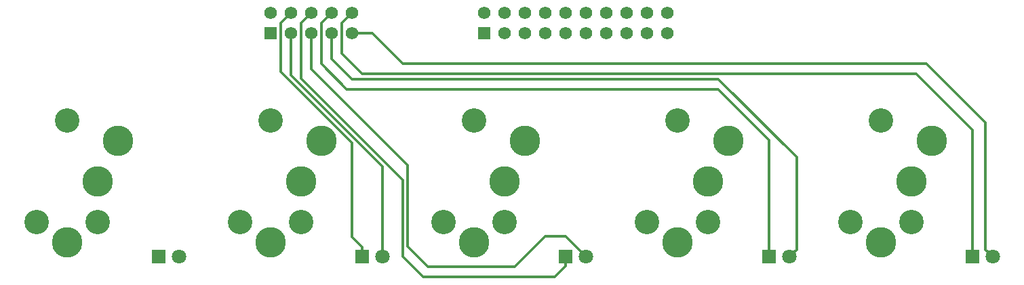
<source format=gbr>
G04 #@! TF.GenerationSoftware,KiCad,Pcbnew,(5.0.0)*
G04 #@! TF.CreationDate,2018-10-08T11:56:45-07:00*
G04 #@! TF.ProjectId,500-1126,3530302D313132362E6B696361645F70,rev?*
G04 #@! TF.SameCoordinates,Original*
G04 #@! TF.FileFunction,Copper,L1,Top,Signal*
G04 #@! TF.FilePolarity,Positive*
%FSLAX46Y46*%
G04 Gerber Fmt 4.6, Leading zero omitted, Abs format (unit mm)*
G04 Created by KiCad (PCBNEW (5.0.0)) date 10/08/18 11:56:45*
%MOMM*%
%LPD*%
G01*
G04 APERTURE LIST*
G04 #@! TA.AperFunction,ComponentPad*
%ADD10R,1.800000X1.800000*%
G04 #@! TD*
G04 #@! TA.AperFunction,ComponentPad*
%ADD11C,1.800000*%
G04 #@! TD*
G04 #@! TA.AperFunction,ComponentPad*
%ADD12C,3.810000*%
G04 #@! TD*
G04 #@! TA.AperFunction,ComponentPad*
%ADD13C,3.048000*%
G04 #@! TD*
G04 #@! TA.AperFunction,ComponentPad*
%ADD14R,1.574800X1.574800*%
G04 #@! TD*
G04 #@! TA.AperFunction,ComponentPad*
%ADD15C,1.574800*%
G04 #@! TD*
G04 #@! TA.AperFunction,Conductor*
%ADD16C,0.304800*%
G04 #@! TD*
G04 APERTURE END LIST*
D10*
G04 #@! TO.P,D1,1*
G04 #@! TO.N,Net-(D1-Pad1)*
X143510000Y-135890000D03*
D11*
G04 #@! TO.P,D1,2*
G04 #@! TO.N,Net-(D1-Pad2)*
X146050000Y-135890000D03*
G04 #@! TD*
D10*
G04 #@! TO.P,D2,1*
G04 #@! TO.N,Net-(D2-Pad1)*
X168910000Y-135890000D03*
D11*
G04 #@! TO.P,D2,2*
G04 #@! TO.N,Net-(D2-Pad2)*
X171450000Y-135890000D03*
G04 #@! TD*
D10*
G04 #@! TO.P,D3,1*
G04 #@! TO.N,Net-(D3-Pad1)*
X194310000Y-135890000D03*
D11*
G04 #@! TO.P,D3,2*
G04 #@! TO.N,Net-(D3-Pad2)*
X196850000Y-135890000D03*
G04 #@! TD*
D10*
G04 #@! TO.P,D4,1*
G04 #@! TO.N,Net-(D4-Pad1)*
X219710000Y-135890000D03*
D11*
G04 #@! TO.P,D4,2*
G04 #@! TO.N,Net-(D4-Pad2)*
X222250000Y-135890000D03*
G04 #@! TD*
D10*
G04 #@! TO.P,D5,1*
G04 #@! TO.N,Net-(D5-Pad1)*
X245110000Y-135890000D03*
D11*
G04 #@! TO.P,D5,2*
G04 #@! TO.N,Net-(D5-Pad2)*
X247650000Y-135890000D03*
G04 #@! TD*
D12*
G04 #@! TO.P,J1,1*
G04 #@! TO.N,Net-(J1-Pad1)*
X132080000Y-134061200D03*
D13*
G04 #@! TO.P,J1,*
G04 #@! TO.N,*
X135890000Y-131521200D03*
D12*
G04 #@! TO.P,J1,2*
G04 #@! TO.N,Net-(J1-Pad2)*
X135890000Y-126441200D03*
G04 #@! TO.P,J1,3*
G04 #@! TO.N,Net-(J1-Pad3)*
X138430000Y-121361200D03*
D13*
G04 #@! TO.P,J1,*
G04 #@! TO.N,*
X132080000Y-118821200D03*
X128270000Y-131521200D03*
G04 #@! TD*
D12*
G04 #@! TO.P,J2,1*
G04 #@! TO.N,Net-(J2-Pad1)*
X157480000Y-134061200D03*
D13*
G04 #@! TO.P,J2,*
G04 #@! TO.N,*
X161290000Y-131521200D03*
D12*
G04 #@! TO.P,J2,2*
G04 #@! TO.N,Net-(J2-Pad2)*
X161290000Y-126441200D03*
G04 #@! TO.P,J2,3*
G04 #@! TO.N,Net-(J2-Pad3)*
X163830000Y-121361200D03*
D13*
G04 #@! TO.P,J2,*
G04 #@! TO.N,*
X157480000Y-118821200D03*
X153670000Y-131521200D03*
G04 #@! TD*
D12*
G04 #@! TO.P,J3,1*
G04 #@! TO.N,Net-(J3-Pad1)*
X182880000Y-134061200D03*
D13*
G04 #@! TO.P,J3,*
G04 #@! TO.N,*
X186690000Y-131521200D03*
D12*
G04 #@! TO.P,J3,2*
G04 #@! TO.N,Net-(J3-Pad2)*
X186690000Y-126441200D03*
G04 #@! TO.P,J3,3*
G04 #@! TO.N,Net-(J3-Pad3)*
X189230000Y-121361200D03*
D13*
G04 #@! TO.P,J3,*
G04 #@! TO.N,*
X182880000Y-118821200D03*
X179070000Y-131521200D03*
G04 #@! TD*
D12*
G04 #@! TO.P,J4,1*
G04 #@! TO.N,Net-(J4-Pad1)*
X208280000Y-134061200D03*
D13*
G04 #@! TO.P,J4,*
G04 #@! TO.N,*
X212090000Y-131521200D03*
D12*
G04 #@! TO.P,J4,2*
G04 #@! TO.N,Net-(J4-Pad2)*
X212090000Y-126441200D03*
G04 #@! TO.P,J4,3*
G04 #@! TO.N,Net-(J4-Pad3)*
X214630000Y-121361200D03*
D13*
G04 #@! TO.P,J4,*
G04 #@! TO.N,*
X208280000Y-118821200D03*
X204470000Y-131521200D03*
G04 #@! TD*
D12*
G04 #@! TO.P,J5,1*
G04 #@! TO.N,Net-(J5-Pad1)*
X233680000Y-134061200D03*
D13*
G04 #@! TO.P,J5,*
G04 #@! TO.N,*
X237490000Y-131521200D03*
D12*
G04 #@! TO.P,J5,2*
G04 #@! TO.N,Net-(J5-Pad2)*
X237490000Y-126441200D03*
G04 #@! TO.P,J5,3*
G04 #@! TO.N,Net-(J5-Pad3)*
X240030000Y-121361200D03*
D13*
G04 #@! TO.P,J5,*
G04 #@! TO.N,*
X233680000Y-118821200D03*
X229870000Y-131521200D03*
G04 #@! TD*
D14*
G04 #@! TO.P,P1,1*
G04 #@! TO.N,Net-(J1-Pad3)*
X184150000Y-107950000D03*
D15*
G04 #@! TO.P,P1,2*
G04 #@! TO.N,Net-(J1-Pad1)*
X184150000Y-105410000D03*
G04 #@! TO.P,P1,3*
G04 #@! TO.N,Net-(J1-Pad2)*
X186690000Y-107950000D03*
G04 #@! TO.P,P1,4*
G04 #@! TO.N,Net-(P1-Pad4)*
X186690000Y-105410000D03*
G04 #@! TO.P,P1,5*
G04 #@! TO.N,Net-(J2-Pad3)*
X189230000Y-107950000D03*
G04 #@! TO.P,P1,6*
G04 #@! TO.N,Net-(J2-Pad1)*
X189230000Y-105410000D03*
G04 #@! TO.P,P1,7*
G04 #@! TO.N,Net-(J2-Pad2)*
X191770000Y-107950000D03*
G04 #@! TO.P,P1,8*
G04 #@! TO.N,Net-(P1-Pad8)*
X191770000Y-105410000D03*
G04 #@! TO.P,P1,9*
G04 #@! TO.N,Net-(J3-Pad3)*
X194310000Y-107950000D03*
G04 #@! TO.P,P1,10*
G04 #@! TO.N,Net-(J3-Pad1)*
X194310000Y-105410000D03*
G04 #@! TO.P,P1,11*
G04 #@! TO.N,Net-(J3-Pad2)*
X196850000Y-107950000D03*
G04 #@! TO.P,P1,12*
G04 #@! TO.N,Net-(P1-Pad12)*
X196850000Y-105410000D03*
G04 #@! TO.P,P1,13*
G04 #@! TO.N,Net-(J4-Pad3)*
X199390000Y-107950000D03*
G04 #@! TO.P,P1,14*
G04 #@! TO.N,Net-(J4-Pad1)*
X199390000Y-105410000D03*
G04 #@! TO.P,P1,15*
G04 #@! TO.N,Net-(J4-Pad2)*
X201930000Y-107950000D03*
G04 #@! TO.P,P1,16*
G04 #@! TO.N,Net-(P1-Pad16)*
X201930000Y-105410000D03*
G04 #@! TO.P,P1,17*
G04 #@! TO.N,Net-(J5-Pad3)*
X204470000Y-107950000D03*
G04 #@! TO.P,P1,18*
G04 #@! TO.N,Net-(J5-Pad1)*
X204470000Y-105410000D03*
G04 #@! TO.P,P1,19*
G04 #@! TO.N,Net-(J5-Pad2)*
X207010000Y-107950000D03*
G04 #@! TO.P,P1,20*
G04 #@! TO.N,Net-(P1-Pad20)*
X207010000Y-105410000D03*
G04 #@! TD*
D14*
G04 #@! TO.P,P2,1*
G04 #@! TO.N,Net-(D1-Pad2)*
X157480000Y-107950000D03*
D15*
G04 #@! TO.P,P2,2*
G04 #@! TO.N,Net-(D1-Pad1)*
X157480000Y-105410000D03*
G04 #@! TO.P,P2,3*
G04 #@! TO.N,Net-(D2-Pad2)*
X160020000Y-107950000D03*
G04 #@! TO.P,P2,4*
G04 #@! TO.N,Net-(D2-Pad1)*
X160020000Y-105410000D03*
G04 #@! TO.P,P2,5*
G04 #@! TO.N,Net-(D3-Pad2)*
X162560000Y-107950000D03*
G04 #@! TO.P,P2,6*
G04 #@! TO.N,Net-(D3-Pad1)*
X162560000Y-105410000D03*
G04 #@! TO.P,P2,7*
G04 #@! TO.N,Net-(D4-Pad2)*
X165100000Y-107950000D03*
G04 #@! TO.P,P2,8*
G04 #@! TO.N,Net-(D4-Pad1)*
X165100000Y-105410000D03*
G04 #@! TO.P,P2,9*
G04 #@! TO.N,Net-(D5-Pad2)*
X167640000Y-107950000D03*
G04 #@! TO.P,P2,10*
G04 #@! TO.N,Net-(D5-Pad1)*
X167640000Y-105410000D03*
G04 #@! TD*
D16*
G04 #@! TO.N,Net-(D2-Pad1)*
X158750000Y-112785142D02*
X158750000Y-106680000D01*
X158750000Y-106680000D02*
X160020000Y-105410000D01*
X167640000Y-133415200D02*
X167640000Y-121675142D01*
X167640000Y-121675142D02*
X158750000Y-112785142D01*
X168910000Y-135890000D02*
X168910000Y-134685200D01*
X168910000Y-134685200D02*
X167640000Y-133415200D01*
G04 #@! TO.N,Net-(D2-Pad2)*
X160020000Y-113193022D02*
X160020000Y-109063551D01*
X171450000Y-124623022D02*
X160020000Y-113193022D01*
X171450000Y-135890000D02*
X171450000Y-124623022D01*
X160020000Y-109063551D02*
X160020000Y-107950000D01*
G04 #@! TO.N,Net-(D3-Pad1)*
X161290000Y-113600902D02*
X161290000Y-106680000D01*
X161290000Y-106680000D02*
X162560000Y-105410000D01*
X173990000Y-135890000D02*
X173990000Y-126300902D01*
X173990000Y-126300902D02*
X161290000Y-113600902D01*
X176530000Y-138430000D02*
X173990000Y-135890000D01*
X192974800Y-138430000D02*
X176530000Y-138430000D01*
X194310000Y-135890000D02*
X194310000Y-137094800D01*
X194310000Y-137094800D02*
X192974800Y-138430000D01*
G04 #@! TO.N,Net-(D3-Pad2)*
X196850000Y-135890000D02*
X194310000Y-133350000D01*
X194310000Y-133350000D02*
X191770000Y-133350000D01*
X191770000Y-133350000D02*
X187960000Y-137160000D01*
X187960000Y-137160000D02*
X177165000Y-137160000D01*
X177165000Y-137160000D02*
X174625000Y-134620000D01*
X174625000Y-134620000D02*
X174625000Y-124460000D01*
X174625000Y-124460000D02*
X162560000Y-112395000D01*
X162560000Y-112395000D02*
X162560000Y-107950000D01*
G04 #@! TO.N,Net-(D4-Pad1)*
X219710000Y-135890000D02*
X219710000Y-121285000D01*
X219710000Y-121285000D02*
X213360000Y-114935000D01*
X213360000Y-114935000D02*
X167005000Y-114935000D01*
X167005000Y-114935000D02*
X163830000Y-111760000D01*
X163830000Y-111760000D02*
X163830000Y-106680000D01*
X163830000Y-106680000D02*
X165100000Y-105410000D01*
G04 #@! TO.N,Net-(D4-Pad2)*
X165100000Y-111125000D02*
X165100000Y-107950000D01*
X167640000Y-113665000D02*
X165100000Y-111125000D01*
X213360000Y-113665000D02*
X167640000Y-113665000D01*
X223149999Y-123454999D02*
X213360000Y-113665000D01*
X222250000Y-135890000D02*
X223149999Y-134990001D01*
X223149999Y-134990001D02*
X223149999Y-123454999D01*
G04 #@! TO.N,Net-(D5-Pad1)*
X166370000Y-106680000D02*
X167640000Y-105410000D01*
X166370000Y-110490000D02*
X166370000Y-106680000D01*
X168910000Y-113030000D02*
X166370000Y-110490000D01*
X238125000Y-113030000D02*
X168910000Y-113030000D01*
X245110000Y-120015000D02*
X238125000Y-113030000D01*
X245110000Y-135890000D02*
X245110000Y-120015000D01*
G04 #@! TO.N,Net-(D5-Pad2)*
X173990000Y-111760000D02*
X170180000Y-107950000D01*
X170180000Y-107950000D02*
X167640000Y-107950000D01*
X239395000Y-111760000D02*
X173990000Y-111760000D01*
X246750001Y-119115001D02*
X239395000Y-111760000D01*
X247650000Y-135890000D02*
X246750001Y-134990001D01*
X246750001Y-134990001D02*
X246750001Y-119115001D01*
G04 #@! TD*
M02*

</source>
